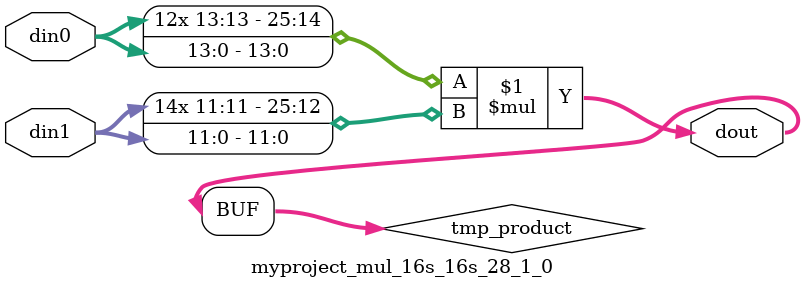
<source format=v>

`timescale 1 ns / 1 ps

  module myproject_mul_16s_16s_28_1_0(din0, din1, dout);
parameter ID = 1;
parameter NUM_STAGE = 0;
parameter din0_WIDTH = 14;
parameter din1_WIDTH = 12;
parameter dout_WIDTH = 26;

input [din0_WIDTH - 1 : 0] din0; 
input [din1_WIDTH - 1 : 0] din1; 
output [dout_WIDTH - 1 : 0] dout;

wire signed [dout_WIDTH - 1 : 0] tmp_product;













assign tmp_product = $signed(din0) * $signed(din1);








assign dout = tmp_product;







endmodule

</source>
